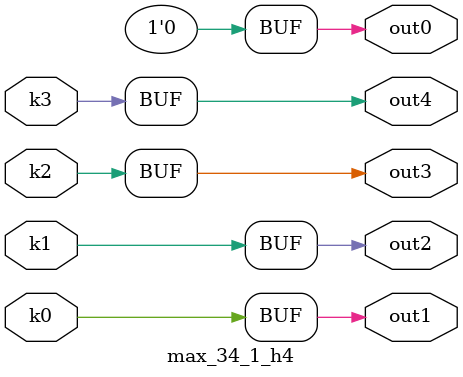
<source format=v>
module max_34_1(pi00, pi01, pi02, pi03, pi04, pi05, pi06, pi07, pi08, pi09, pi10, po0, po1, po2, po3, po4);
input pi00, pi01, pi02, pi03, pi04, pi05, pi06, pi07, pi08, pi09, pi10;
output po0, po1, po2, po3, po4;
wire k0, k1, k2, k3;
max_34_1_w4 DUT1 (pi00, pi01, pi02, pi03, pi04, pi05, pi06, pi07, pi08, pi09, pi10, k0, k1, k2, k3);
max_34_1_h4 DUT2 (k0, k1, k2, k3, po0, po1, po2, po3, po4);
endmodule

module max_34_1_w4(in10, in9, in8, in7, in6, in5, in4, in3, in2, in1, in0, k3, k2, k1, k0);
input in10, in9, in8, in7, in6, in5, in4, in3, in2, in1, in0;
output k3, k2, k1, k0;
assign k0 =   in2 ? (in6 ? ~in10 : ~in8) : in5;
assign k1 =   ~in3 & ((~in5 & ((~in10 & in6 & (~in9 | ~in4)) | (~in8 & ~in6 & (~in7 | ~in4)))) | ((in0 | ~in4) & (in6 ? ~in9 : ~in7)) | (in0 & ~in4));
assign k2 =   in5 & (in6 ? in10 : in8);
assign k3 =   (((in10 & (~in8 | ~in1)) | (~in8 & ~in1)) & (in9 | ~in7)) | (in9 & ~in7);
endmodule

module max_34_1_h4(k3, k2, k1, k0, out4, out3, out2, out1, out0);
input k3, k2, k1, k0;
output out4, out3, out2, out1, out0;
assign out0 = 0;
assign out1 = k0;
assign out2 = k1;
assign out3 = k2;
assign out4 = k3;
endmodule

</source>
